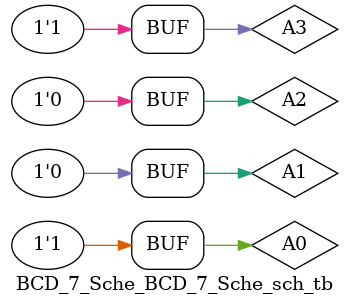
<source format=v>

`timescale 1ns / 1ps

module BCD_7_Sche_BCD_7_Sche_sch_tb();

// Inputs
   reg A0;
   reg A1;
   reg A2;
   reg A3;

// Output
   wire a;
   wire b;
   wire c;
   wire d;
   wire e;
   wire f;
   wire g;

// Bidirs

// Instantiate the UUT
   BCD_7_Sche UUT (
		.A0(A0), 
		.A1(A1), 
		.A2(A2), 
		.A3(A3), 
		.a(a), 
		.b(b), 
		.c(c), 
		.d(d), 
		.e(e), 
		.f(f), 
		.g(g)
   );
// Initialize Inputs
initial begin
		// Initialize Inputs
        // Add stimulus here
		{A3,A2,A1,A0}=4'b0000;
		#100 {A3,A2,A1,A0}=4'b0001;
		#100 {A3,A2,A1,A0}=4'b0010;
		#100 {A3,A2,A1,A0}=4'b0011;
		#100 {A3,A2,A1,A0}=4'b0100;
		#100 {A3,A2,A1,A0}=4'b0101;
		#100 {A3,A2,A1,A0}=4'b0110;
		#100 {A3,A2,A1,A0}=4'b0111;
		#100 {A3,A2,A1,A0}=4'b1000;
		#100 {A3,A2,A1,A0}=4'b1001;
		end
endmodule

</source>
